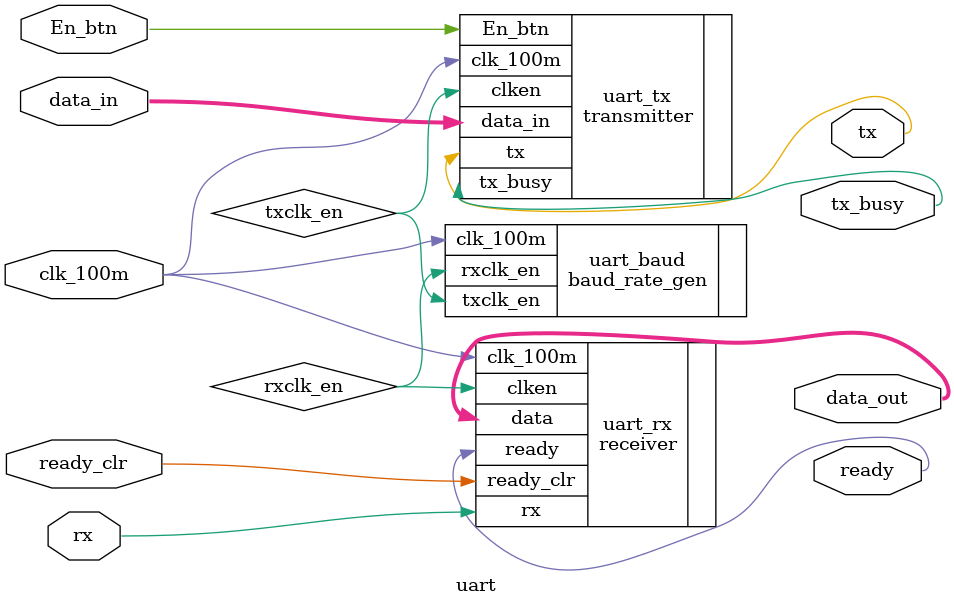
<source format=v>
`timescale 1ns / 1ns

module uart(
		input wire [7:0] data_in,
	    input wire En_btn,
	    input wire clk_100m,
	    output wire tx,
	    output wire tx_busy,
	    input wire rx,
	    output wire ready,
	    input wire ready_clr,
	    output wire [7:0] data_out
);

wire rxclk_en, txclk_en;

baud_rate_gen uart_baud(.clk_100m(clk_100m), .rxclk_en(rxclk_en), .txclk_en(txclk_en));


transmitter uart_tx(.data_in(data_in), .En_btn(En_btn), .clk_100m(clk_100m), .clken(txclk_en), .tx(tx), .tx_busy(tx_busy));

receiver uart_rx(.rx(rx), .ready(ready), .ready_clr(ready_clr), .clk_100m(clk_100m), .clken(rxclk_en), .data(data_out));

endmodule
</source>
